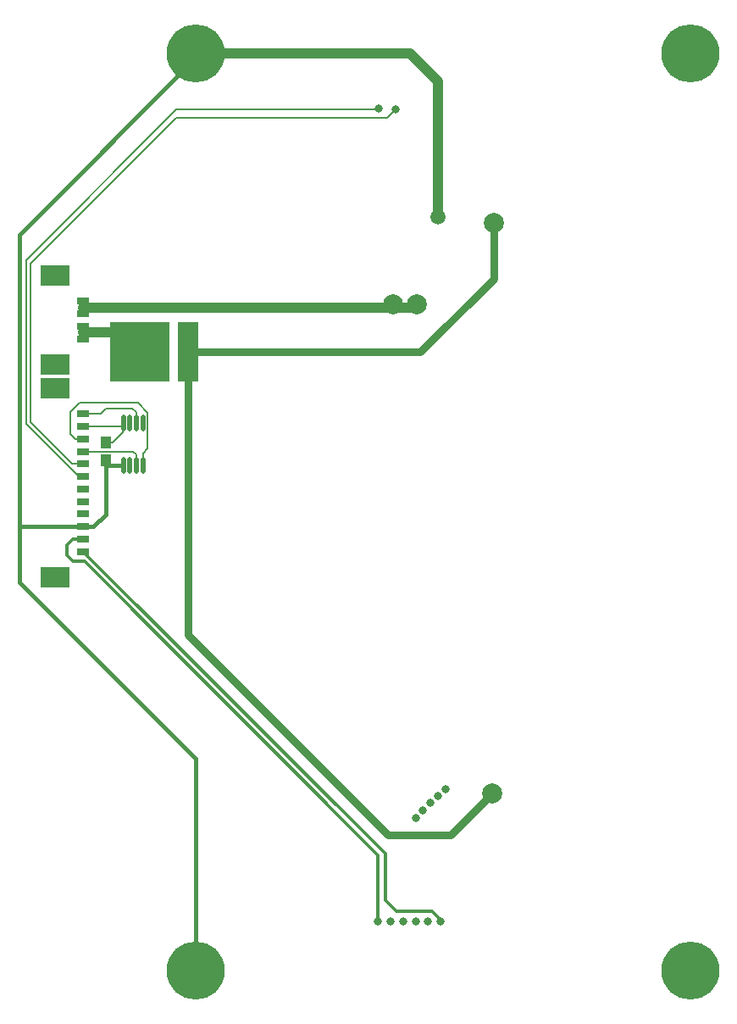
<source format=gbl>
%FSLAX44Y44*%
%MOMM*%
G71*
G01*
G75*
G04 Layer_Physical_Order=12*
G04 Layer_Color=16711680*
%ADD10R,4.4000X1.5000*%
%ADD11R,1.5000X1.5000*%
%ADD12R,1.5000X7.0000*%
%ADD13C,0.8000*%
%ADD14C,0.2000*%
%ADD15R,1.5900X6.9300*%
%ADD16C,5.8000*%
%ADD17C,5.0000*%
%ADD18C,0.8000*%
%ADD19C,2.0000*%
%ADD20C,1.5000*%
%ADD21C,0.1700*%
%ADD22R,2.0000X6.0000*%
%ADD23R,6.0000X6.0000*%
%ADD24O,0.4500X1.7000*%
%ADD25R,1.1000X1.2000*%
%ADD26R,1.3000X0.8000*%
%ADD27R,3.0000X2.1000*%
%ADD28C,0.4000*%
%ADD29C,0.3500*%
%ADD30C,1.0000*%
D13*
X435000Y167100D02*
X497100D01*
X235000Y367100D02*
X435000Y167100D01*
X497100D02*
X538800Y208800D01*
X235000Y367100D02*
Y516600D01*
Y512600D02*
Y650000D01*
X540300Y723000D02*
Y778500D01*
X467300Y650000D02*
X540300Y723000D01*
X235000Y650000D02*
X467300D01*
D14*
X152500Y559500D02*
X160000D01*
X73200Y578100D02*
Y741900D01*
X223500Y892200D01*
X73200Y578100D02*
X125800Y525500D01*
X77400Y579600D02*
Y738300D01*
Y579600D02*
X119000Y538000D01*
X434100Y884100D02*
X442500Y892500D01*
X223200Y884100D02*
X434100D01*
X77400Y738300D02*
X223200Y884100D01*
X223500Y892200D02*
X425100D01*
X125800Y525500D02*
X130000D01*
X119000Y538000D02*
X130000D01*
X117700Y589750D02*
X126950Y599000D01*
X117700Y567800D02*
Y589750D01*
Y567800D02*
X122500Y563000D01*
X160000Y559500D02*
X170000Y569500D01*
X189750Y537000D02*
Y548750D01*
X194500Y553500D01*
Y589500D01*
X185000Y599000D02*
X194500Y589500D01*
X126950Y599000D02*
X185000D01*
X122500Y563000D02*
X130000D01*
X183250Y537000D02*
Y547250D01*
X180000Y550500D02*
X183250Y547250D01*
X130000Y550500D02*
X180000D01*
X183250Y579000D02*
Y589750D01*
X179500Y593500D02*
X183250Y589750D01*
X169250Y593500D02*
X179500D01*
X168200Y575500D02*
X170000Y577300D01*
X130000Y575500D02*
X168200D01*
X169750Y577550D02*
X170000Y577300D01*
Y569500D02*
Y577300D01*
X130000Y588000D02*
X147750D01*
X153250Y593500D01*
X169250D01*
D16*
X243000Y32000D02*
D03*
X737000D02*
D03*
X243000Y948000D02*
D03*
X737000D02*
D03*
D18*
X492000Y213500D02*
D03*
X485000Y206250D02*
D03*
X462750Y184750D02*
D03*
X469750Y192000D02*
D03*
X425100Y892800D02*
D03*
X425000Y81000D02*
D03*
X487000D02*
D03*
X437500Y80750D02*
D03*
X450000D02*
D03*
X462500D02*
D03*
X475000D02*
D03*
X477250Y199250D02*
D03*
X442500Y892500D02*
D03*
D19*
X463800Y697500D02*
D03*
X439500D02*
D03*
X538800Y208800D02*
D03*
X540300Y778500D02*
D03*
D20*
X485000Y785000D02*
D03*
D22*
X235000Y650000D02*
D03*
D23*
X186900D02*
D03*
D24*
X170250Y579000D02*
D03*
X176750D02*
D03*
X183250D02*
D03*
X189750D02*
D03*
X170250Y537000D02*
D03*
X176750D02*
D03*
X183250D02*
D03*
X189750D02*
D03*
D25*
X152500Y559500D02*
D03*
Y541500D02*
D03*
D26*
X130000Y663000D02*
D03*
Y675500D02*
D03*
Y688000D02*
D03*
Y700500D02*
D03*
X130000Y588000D02*
D03*
Y575500D02*
D03*
Y563000D02*
D03*
Y550500D02*
D03*
Y538000D02*
D03*
Y525500D02*
D03*
Y513000D02*
D03*
Y500500D02*
D03*
Y488000D02*
D03*
Y475500D02*
D03*
Y463000D02*
D03*
Y450500D02*
D03*
D27*
X102500Y637500D02*
D03*
Y726000D02*
D03*
X102500Y613500D02*
D03*
Y425000D02*
D03*
D28*
X152700Y487800D02*
Y537000D01*
X140400Y475500D02*
X152700Y487800D01*
X66600Y419700D02*
X243000Y243300D01*
Y32000D02*
Y243300D01*
Y943500D02*
Y948000D01*
X66600Y767100D02*
X243000Y943500D01*
X66600Y419700D02*
Y767100D01*
X67200Y475500D02*
X130000D01*
X140400D01*
X152700Y537000D02*
X170250D01*
X130000Y663000D02*
Y669599D01*
Y675500D01*
Y688000D02*
Y694499D01*
Y700500D01*
D29*
X114000Y447000D02*
X120000Y441000D01*
X114000Y447000D02*
Y457200D01*
X119800Y463000D01*
X130000D01*
Y450500D02*
X432000Y148500D01*
X425000Y84750D02*
Y147368D01*
X432000Y102000D02*
Y148500D01*
X120000Y441000D02*
X131368D01*
X425000Y147368D01*
X479000Y91000D02*
X487000Y83000D01*
X443000Y91000D02*
X479000D01*
X432000Y102000D02*
X443000Y91000D01*
D30*
X485000Y785000D02*
Y920200D01*
X457200Y948000D02*
X485000Y920200D01*
X243000Y948000D02*
X457200D01*
X363599Y694499D02*
X460799D01*
X463800Y697500D01*
X130000Y694499D02*
X363599D01*
X130000Y669599D02*
X167301D01*
M02*

</source>
